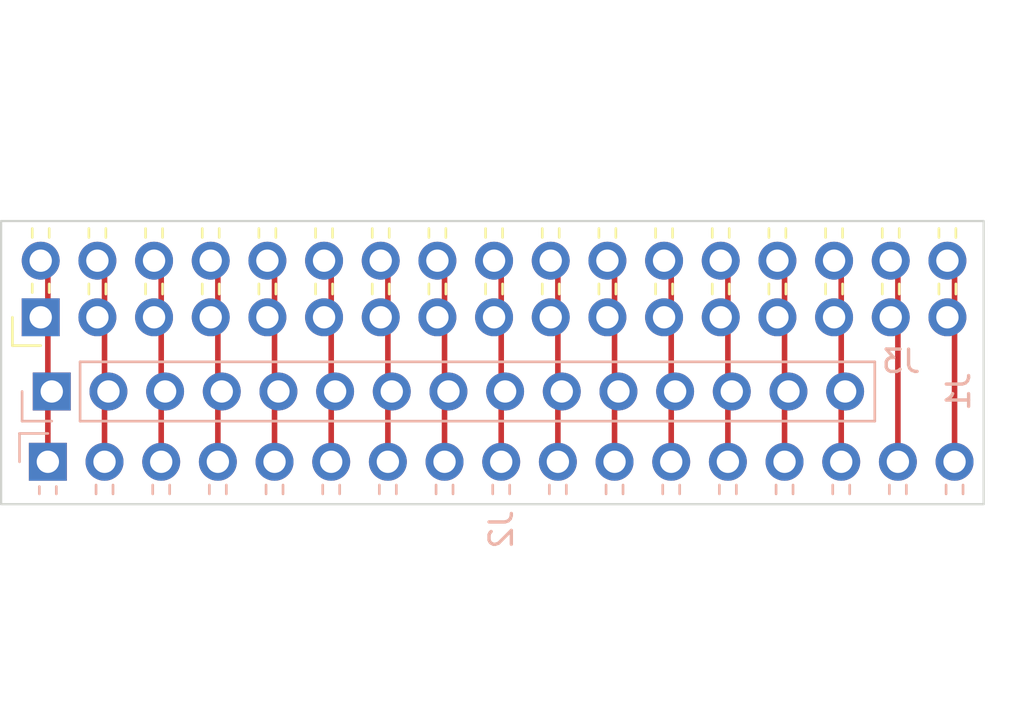
<source format=kicad_pcb>
(kicad_pcb (version 20211014) (generator pcbnew)
  (layers (0 "F.Cu" signal) (31 "B.Cu" signal) (34 "B.Paste" user) (35 "F.Paste" user) (36 "B.SilkS" user "B.Silkscreen") (37 "F.SilkS" user "F.Silkscreen") (38 "B.Mask" user) (39 "F.Mask" user) (44 "Edge.Cuts" user))
  (net 0 "")
  (net 1 "Net-(J2-Pad1)")
  (net 2 "Net-(J2-Pad2)")
  (net 3 "Net-(J2-Pad3)")
  (net 4 "Net-(J2-Pad4)")
  (net 5 "Net-(J2-Pad5)")
  (net 6 "Net-(J2-Pad6)")
  (net 7 "Net-(J2-Pad7)")
  (net 8 "Net-(J2-Pad8)")
  (net 9 "Net-(J2-Pad9)")
  (net 10 "Net-(J2-Pad10)")
  (net 11 "Net-(J2-Pad11)")
  (net 12 "Net-(J2-Pad12)")
  (net 13 "Net-(J2-Pad13)")
  (net 14 "Net-(J2-Pad14)")
  (net 15 "Net-(J2-Pad15)")
  (net 16 "Net-(J2-Pad16)")
  (net 17 "Net-(J2-Pad17)")
  (footprint "Connector_PinHeader_2.54mm:PinHeader_2x17_P2.54mm_Horizontal" (layer "F.Cu") (at 139.235 52.5778 90)
    (fp_text reference "J3" (at -1.97 38.565) (layer "B.SilkS") (effects (justify mirror)))
    (fp_text value "Conn_02x17_Odd_Even")
    (fp_line (start 1.042929 33.4) (end 1.497071 33.4) (layer "F.SilkS") (width 0.12))
    (fp_line (start 3.582929 -0.38) (end 3.98 -0.38) (layer "F.SilkS") (width 0.12))
    (fp_line (start 3.582929 4.7) (end 3.98 4.7) (layer "F.SilkS") (width 0.12))
    (fp_line (start 3.582929 41.02) (end 3.98 41.02) (layer "F.SilkS") (width 0.12))
    (fp_line (start 3.582929 2.16) (end 3.98 2.16) (layer "F.SilkS") (width 0.12))
    (fp_line (start 3.582929 35.94) (end 3.98 35.94) (layer "F.SilkS") (width 0.12))
    (fp_line (start 3.582929 35.18) (end 3.98 35.18) (layer "F.SilkS") (width 0.12))
    (fp_line (start 1.042929 35.94) (end 1.497071 35.94) (layer "F.SilkS") (width 0.12))
    (fp_line (start 1.042929 25.02) (end 1.497071 25.02) (layer "F.SilkS") (width 0.12))
    (fp_line (start 3.582929 8) (end 3.98 8) (layer "F.SilkS") (width 0.12))
    (fp_line (start 3.582929 28.32) (end 3.98 28.32) (layer "F.SilkS") (width 0.12))
    (fp_line (start 3.582929 25.78) (end 3.98 25.78) (layer "F.SilkS") (width 0.12))
    (fp_line (start 1.042929 32.64) (end 1.497071 32.64) (layer "F.SilkS") (width 0.12))
    (fp_line (start 1.042929 13.08) (end 1.497071 13.08) (layer "F.SilkS") (width 0.12))
    (fp_line (start 3.582929 18.16) (end 3.98 18.16) (layer "F.SilkS") (width 0.12))
    (fp_line (start -1.27 0) (end -1.27 -1.27) (layer "F.SilkS") (width 0.12))
    (fp_line (start 1.042929 19.94) (end 1.497071 19.94) (layer "F.SilkS") (width 0.12))
    (fp_line (start 1.042929 4.7) (end 1.497071 4.7) (layer "F.SilkS") (width 0.12))
    (fp_line (start 1.042929 40.26) (end 1.497071 40.26) (layer "F.SilkS") (width 0.12))
    (fp_line (start 1.042929 10.54) (end 1.497071 10.54) (layer "F.SilkS") (width 0.12))
    (fp_line (start 1.042929 25.78) (end 1.497071 25.78) (layer "F.SilkS") (width 0.12))
    (fp_line (start 3.582929 38.48) (end 3.98 38.48) (layer "F.SilkS") (width 0.12))
    (fp_line (start 1.042929 41.02) (end 1.497071 41.02) (layer "F.SilkS") (width 0.12))
    (fp_line (start 3.582929 30.1) (end 3.98 30.1) (layer "F.SilkS") (width 0.12))
    (fp_line (start 3.582929 37.72) (end 3.98 37.72) (layer "F.SilkS") (width 0.12))
    (fp_line (start 3.582929 20.7) (end 3.98 20.7) (layer "F.SilkS") (width 0.12))
    (fp_line (start 1.042929 12.32) (end 1.497071 12.32) (layer "F.SilkS") (width 0.12))
    (fp_line (start 3.582929 27.56) (end 3.98 27.56) (layer "F.SilkS") (width 0.12))
    (fp_line (start 1.042929 18.16) (end 1.497071 18.16) (layer "F.SilkS") (width 0.12))
    (fp_line (start 1.042929 30.86) (end 1.497071 30.86) (layer "F.SilkS") (width 0.12))
    (fp_line (start 1.042929 9.78) (end 1.497071 9.78) (layer "F.SilkS") (width 0.12))
    (fp_line (start 3.582929 14.86) (end 3.98 14.86) (layer "F.SilkS") (width 0.12))
    (fp_line (start 3.582929 7.24) (end 3.98 7.24) (layer "F.SilkS") (width 0.12))
    (fp_line (start 1.042929 30.1) (end 1.497071 30.1) (layer "F.SilkS") (width 0.12))
    (fp_line (start 1.042929 22.48) (end 1.497071 22.48) (layer "F.SilkS") (width 0.12))
    (fp_line (start 3.582929 40.26) (end 3.98 40.26) (layer "F.SilkS") (width 0.12))
    (fp_line (start 3.582929 25.02) (end 3.98 25.02) (layer "F.SilkS") (width 0.12))
    (fp_line (start 1.042929 27.56) (end 1.497071 27.56) (layer "F.SilkS") (width 0.12))
    (fp_line (start 1.042929 17.4) (end 1.497071 17.4) (layer "F.SilkS") (width 0.12))
    (fp_line (start 3.582929 12.32) (end 3.98 12.32) (layer "F.SilkS") (width 0.12))
    (fp_line (start 3.582929 19.94) (end 3.98 19.94) (layer "F.SilkS") (width 0.12))
    (fp_line (start 1.042929 37.72) (end 1.497071 37.72) (layer "F.SilkS") (width 0.12))
    (fp_line (start 3.582929 30.86) (end 3.98 30.86) (layer "F.SilkS") (width 0.12))
    (fp_line (start 3.582929 33.4) (end 3.98 33.4) (layer "F.SilkS") (width 0.12))
    (fp_line (start 3.582929 10.54) (end 3.98 10.54) (layer "F.SilkS") (width 0.12))
    (fp_line (start 3.582929 15.62) (end 3.98 15.62) (layer "F.SilkS") (width 0.12))
    (fp_line (start 1.042929 2.16) (end 1.497071 2.16) (layer "F.SilkS") (width 0.12))
    (fp_line (start 1.042929 23.24) (end 1.497071 23.24) (layer "F.SilkS") (width 0.12))
    (fp_line (start 3.582929 23.24) (end 3.98 23.24) (layer "F.SilkS") (width 0.12))
    (fp_line (start -1.27 -1.27) (end 0 -1.27) (layer "F.SilkS") (width 0.12))
    (fp_line (start 3.582929 13.08) (end 3.98 13.08) (layer "F.SilkS") (width 0.12))
    (fp_line (start 3.582929 5.46) (end 3.98 5.46) (layer "F.SilkS") (width 0.12))
    (fp_line (start 3.582929 32.64) (end 3.98 32.64) (layer "F.SilkS") (width 0.12))
    (fp_line (start 1.042929 7.24) (end 1.497071 7.24) (layer "F.SilkS") (width 0.12))
    (fp_line (start 1.11 -0.38) (end 1.497071 -0.38) (layer "F.SilkS") (width 0.12))
    (fp_line (start 1.042929 38.48) (end 1.497071 38.48) (layer "F.SilkS") (width 0.12))
    (fp_line (start 1.042929 8) (end 1.497071 8) (layer "F.SilkS") (width 0.12))
    (fp_line (start 1.042929 20.7) (end 1.497071 20.7) (layer "F.SilkS") (width 0.12))
    (fp_line (start 3.582929 2.92) (end 3.98 2.92) (layer "F.SilkS") (width 0.12))
    (fp_line (start 1.042929 35.18) (end 1.497071 35.18) (layer "F.SilkS") (width 0.12))
    (fp_line (start 1.042929 28.32) (end 1.497071 28.32) (layer "F.SilkS") (width 0.12))
    (fp_line (start 3.582929 0.38) (end 3.98 0.38) (layer "F.SilkS") (width 0.12))
    (fp_line (start 1.042929 14.86) (end 1.497071 14.86) (layer "F.SilkS") (width 0.12))
    (fp_line (start 1.11 0.38) (end 1.497071 0.38) (layer "F.SilkS") (width 0.12))
    (fp_line (start 3.582929 22.48) (end 3.98 22.48) (layer "F.SilkS") (width 0.12))
    (fp_line (start 1.042929 2.92) (end 1.497071 2.92) (layer "F.SilkS") (width 0.12))
    (fp_line (start 3.582929 9.78) (end 3.98 9.78) (layer "F.SilkS") (width 0.12))
    (fp_line (start 1.042929 5.46) (end 1.497071 5.46) (layer "F.SilkS") (width 0.12))
    (fp_line (start 1.042929 15.62) (end 1.497071 15.62) (layer "F.SilkS") (width 0.12))
    (fp_line (start 3.582929 17.4) (end 3.98 17.4) (layer "F.SilkS") (width 0.12))
    (pad "1" thru_hole rect (at 0 0 90) (size 1.7 1.7) (drill 1) (layers *.Cu *.Mask) (net 1 "Net-(J2-Pad1)"))
    (pad "2" thru_hole oval (at 2.54 0 90) (size 1.7 1.7) (drill 1) (layers *.Cu *.Mask) (net 1 "Net-(J2-Pad1)"))
    (pad "3" thru_hole oval (at 0 2.54 90) (size 1.7 1.7) (drill 1) (layers *.Cu *.Mask) (net 2 "Net-(J2-Pad2)"))
    (pad "4" thru_hole oval (at 2.54 2.54 90) (size 1.7 1.7) (drill 1) (layers *.Cu *.Mask) (net 2 "Net-(J2-Pad2)"))
    (pad "5" thru_hole oval (at 0 5.08 90) (size 1.7 1.7) (drill 1) (layers *.Cu *.Mask) (net 3 "Net-(J2-Pad3)"))
    (pad "6" thru_hole oval (at 2.54 5.08 90) (size 1.7 1.7) (drill 1) (layers *.Cu *.Mask) (net 3 "Net-(J2-Pad3)"))
    (pad "7" thru_hole oval (at 0 7.62 90) (size 1.7 1.7) (drill 1) (layers *.Cu *.Mask) (net 4 "Net-(J2-Pad4)"))
    (pad "8" thru_hole oval (at 2.54 7.62 90) (size 1.7 1.7) (drill 1) (layers *.Cu *.Mask) (net 4 "Net-(J2-Pad4)"))
    (pad "9" thru_hole oval (at 0 10.16 90) (size 1.7 1.7) (drill 1) (layers *.Cu *.Mask) (net 5 "Net-(J2-Pad5)"))
    (pad "10" thru_hole oval (at 2.54 10.16 90) (size 1.7 1.7) (drill 1) (layers *.Cu *.Mask) (net 5 "Net-(J2-Pad5)"))
    (pad "11" thru_hole oval (at 0 12.7 90) (size 1.7 1.7) (drill 1) (layers *.Cu *.Mask) (net 6 "Net-(J2-Pad6)"))
    (pad "12" thru_hole oval (at 2.54 12.7 90) (size 1.7 1.7) (drill 1) (layers *.Cu *.Mask) (net 6 "Net-(J2-Pad6)"))
    (pad "13" thru_hole oval (at 0 15.24 90) (size 1.7 1.7) (drill 1) (layers *.Cu *.Mask) (net 7 "Net-(J2-Pad7)"))
    (pad "14" thru_hole oval (at 2.54 15.24 90) (size 1.7 1.7) (drill 1) (layers *.Cu *.Mask) (net 7 "Net-(J2-Pad7)"))
    (pad "15" thru_hole oval (at 0 17.78 90) (size 1.7 1.7) (drill 1) (layers *.Cu *.Mask) (net 8 "Net-(J2-Pad8)"))
    (pad "16" thru_hole oval (at 2.54 17.78 90) (size 1.7 1.7) (drill 1) (layers *.Cu *.Mask) (net 8 "Net-(J2-Pad8)"))
    (pad "17" thru_hole oval (at 0 20.32 90) (size 1.7 1.7) (drill 1) (layers *.Cu *.Mask) (net 9 "Net-(J2-Pad9)"))
    (pad "18" thru_hole oval (at 2.54 20.32 90) (size 1.7 1.7) (drill 1) (layers *.Cu *.Mask) (net 9 "Net-(J2-Pad9)"))
    (pad "19" thru_hole oval (at 0 22.86 90) (size 1.7 1.7) (drill 1) (layers *.Cu *.Mask) (net 10 "Net-(J2-Pad10)"))
    (pad "20" thru_hole oval (at 2.54 22.86 90) (size 1.7 1.7) (drill 1) (layers *.Cu *.Mask) (net 10 "Net-(J2-Pad10)"))
    (pad "21" thru_hole oval (at 0 25.4 90) (size 1.7 1.7) (drill 1) (layers *.Cu *.Mask) (net 11 "Net-(J2-Pad11)"))
    (pad "22" thru_hole oval (at 2.54 25.4 90) (size 1.7 1.7) (drill 1) (layers *.Cu *.Mask) (net 11 "Net-(J2-Pad11)"))
    (pad "23" thru_hole oval (at 0 27.94 90) (size 1.7 1.7) (drill 1) (layers *.Cu *.Mask) (net 12 "Net-(J2-Pad12)"))
    (pad "24" thru_hole oval (at 2.54 27.94 90) (size 1.7 1.7) (drill 1) (layers *.Cu *.Mask) (net 12 "Net-(J2-Pad12)"))
    (pad "25" thru_hole oval (at 0 30.48 90) (size 1.7 1.7) (drill 1) (layers *.Cu *.Mask) (net 13 "Net-(J2-Pad13)"))
    (pad "26" thru_hole oval (at 2.54 30.48 90) (size 1.7 1.7) (drill 1) (layers *.Cu *.Mask) (net 13 "Net-(J2-Pad13)"))
    (pad "27" thru_hole oval (at 0 33.02 90) (size 1.7 1.7) (drill 1) (layers *.Cu *.Mask) (net 14 "Net-(J2-Pad14)"))
    (pad "28" thru_hole oval (at 2.54 33.02 90) (size 1.7 1.7) (drill 1) (layers *.Cu *.Mask) (net 14 "Net-(J2-Pad14)"))
    (pad "29" thru_hole oval (at 0 35.56 90) (size 1.7 1.7) (drill 1) (layers *.Cu *.Mask) (net 15 "Net-(J2-Pad15)"))
    (pad "30" thru_hole oval (at 2.54 35.56 90) (size 1.7 1.7) (drill 1) (layers *.Cu *.Mask) (net 15 "Net-(J2-Pad15)"))
    (pad "31" thru_hole oval (at 0 38.1 90) (size 1.7 1.7) (drill 1) (layers *.Cu *.Mask) (net 16 "Net-(J2-Pad16)"))
    (pad "32" thru_hole oval (at 2.54 38.1 90) (size 1.7 1.7) (drill 1) (layers *.Cu *.Mask) (net 16 "Net-(J2-Pad16)"))
    (pad "33" thru_hole oval (at 0 40.64 90) (size 1.7 1.7) (drill 1) (layers *.Cu *.Mask) (net 17 "Net-(J2-Pad17)"))
    (pad "34" thru_hole oval (at 2.54 40.64 90) (size 1.7 1.7) (drill 1) (layers *.Cu *.Mask) (net 17 "Net-(J2-Pad17)"))
  )
  (footprint "Connector_PinHeader_2.54mm:PinHeader_1x17_P2.54mm_Horizontal" (layer "B.Cu") (at 139.555 59.0582 -90)
    (fp_text reference "J2" (at 3.0318 -20.32 90) (layer "B.SilkS") (effects (justify mirror)))
    (fp_text value "Conn_01x17_Male")
    (fp_line (start 1.042929 -17.4) (end 1.44 -17.4) (layer "B.SilkS") (width 0.12))
    (fp_line (start 1.042929 -38.48) (end 1.44 -38.48) (layer "B.SilkS") (width 0.12))
    (fp_line (start 1.042929 -2.92) (end 1.44 -2.92) (layer "B.SilkS") (width 0.12))
    (fp_line (start 1.042929 -9.78) (end 1.44 -9.78) (layer "B.SilkS") (width 0.12))
    (fp_line (start 1.042929 -33.4) (end 1.44 -33.4) (layer "B.SilkS") (width 0.12))
    (fp_line (start 1.042929 -30.86) (end 1.44 -30.86) (layer "B.SilkS") (width 0.12))
    (fp_line (start 1.042929 -2.16) (end 1.44 -2.16) (layer "B.SilkS") (width 0.12))
    (fp_line (start 1.042929 -23.24) (end 1.44 -23.24) (layer "B.SilkS") (width 0.12))
    (fp_line (start 1.042929 -5.46) (end 1.44 -5.46) (layer "B.SilkS") (width 0.12))
    (fp_line (start -1.27 0) (end -1.27 1.27) (layer "B.SilkS") (width 0.12))
    (fp_line (start 1.11 -0.38) (end 1.44 -0.38) (layer "B.SilkS") (width 0.12))
    (fp_line (start 1.042929 -22.48) (end 1.44 -22.48) (layer "B.SilkS") (width 0.12))
    (fp_line (start 1.042929 -27.56) (end 1.44 -27.56) (layer "B.SilkS") (width 0.12))
    (fp_line (start -1.27 1.27) (end 0 1.27) (layer "B.SilkS") (width 0.12))
    (fp_line (start 1.042929 -28.32) (end 1.44 -28.32) (layer "B.SilkS") (width 0.12))
    (fp_line (start 1.042929 -13.08) (end 1.44 -13.08) (layer "B.SilkS") (width 0.12))
    (fp_line (start 1.042929 -10.54) (end 1.44 -10.54) (layer "B.SilkS") (width 0.12))
    (fp_line (start 1.042929 -19.94) (end 1.44 -19.94) (layer "B.SilkS") (width 0.12))
    (fp_line (start 1.042929 -25.78) (end 1.44 -25.78) (layer "B.SilkS") (width 0.12))
    (fp_line (start 1.042929 -8) (end 1.44 -8) (layer "B.SilkS") (width 0.12))
    (fp_line (start 1.042929 -41.02) (end 1.44 -41.02) (layer "B.SilkS") (width 0.12))
    (fp_line (start 1.042929 -35.18) (end 1.44 -35.18) (layer "B.SilkS") (width 0.12))
    (fp_line (start 1.042929 -12.32) (end 1.44 -12.32) (layer "B.SilkS") (width 0.12))
    (fp_line (start 1.042929 -32.64) (end 1.44 -32.64) (layer "B.SilkS") (width 0.12))
    (fp_line (start 1.042929 -37.72) (end 1.44 -37.72) (layer "B.SilkS") (width 0.12))
    (fp_line (start 1.042929 -14.86) (end 1.44 -14.86) (layer "B.SilkS") (width 0.12))
    (fp_line (start 1.042929 -30.1) (end 1.44 -30.1) (layer "B.SilkS") (width 0.12))
    (fp_line (start 1.042929 -40.26) (end 1.44 -40.26) (layer "B.SilkS") (width 0.12))
    (fp_line (start 1.042929 -7.24) (end 1.44 -7.24) (layer "B.SilkS") (width 0.12))
    (fp_line (start 1.042929 -20.7) (end 1.44 -20.7) (layer "B.SilkS") (width 0.12))
    (fp_line (start 1.042929 -4.7) (end 1.44 -4.7) (layer "B.SilkS") (width 0.12))
    (fp_line (start 1.11 0.38) (end 1.44 0.38) (layer "B.SilkS") (width 0.12))
    (fp_line (start 1.042929 -25.02) (end 1.44 -25.02) (layer "B.SilkS") (width 0.12))
    (fp_line (start 1.042929 -18.16) (end 1.44 -18.16) (layer "B.SilkS") (width 0.12))
    (fp_line (start 1.042929 -35.94) (end 1.44 -35.94) (layer "B.SilkS") (width 0.12))
    (fp_line (start 1.042929 -15.62) (end 1.44 -15.62) (layer "B.SilkS") (width 0.12))
    (pad "1" thru_hole rect (at 0 0 270) (size 1.7 1.7) (drill 1) (layers *.Cu *.Mask) (net 1 "Net-(J2-Pad1)"))
    (pad "2" thru_hole oval (at 0 -2.54 270) (size 1.7 1.7) (drill 1) (layers *.Cu *.Mask) (net 2 "Net-(J2-Pad2)"))
    (pad "3" thru_hole oval (at 0 -5.08 270) (size 1.7 1.7) (drill 1) (layers *.Cu *.Mask) (net 3 "Net-(J2-Pad3)"))
    (pad "4" thru_hole oval (at 0 -7.62 270) (size 1.7 1.7) (drill 1) (layers *.Cu *.Mask) (net 4 "Net-(J2-Pad4)"))
    (pad "5" thru_hole oval (at 0 -10.16 270) (size 1.7 1.7) (drill 1) (layers *.Cu *.Mask) (net 5 "Net-(J2-Pad5)"))
    (pad "6" thru_hole oval (at 0 -12.7 270) (size 1.7 1.7) (drill 1) (layers *.Cu *.Mask) (net 6 "Net-(J2-Pad6)"))
    (pad "7" thru_hole oval (at 0 -15.24 270) (size 1.7 1.7) (drill 1) (layers *.Cu *.Mask) (net 7 "Net-(J2-Pad7)"))
    (pad "8" thru_hole oval (at 0 -17.78 270) (size 1.7 1.7) (drill 1) (layers *.Cu *.Mask) (net 8 "Net-(J2-Pad8)"))
    (pad "9" thru_hole oval (at 0 -20.32 270) (size 1.7 1.7) (drill 1) (layers *.Cu *.Mask) (net 9 "Net-(J2-Pad9)"))
    (pad "10" thru_hole oval (at 0 -22.86 270) (size 1.7 1.7) (drill 1) (layers *.Cu *.Mask) (net 10 "Net-(J2-Pad10)"))
    (pad "11" thru_hole oval (at 0 -25.4 270) (size 1.7 1.7) (drill 1) (layers *.Cu *.Mask) (net 11 "Net-(J2-Pad11)"))
    (pad "12" thru_hole oval (at 0 -27.94 270) (size 1.7 1.7) (drill 1) (layers *.Cu *.Mask) (net 12 "Net-(J2-Pad12)"))
    (pad "13" thru_hole oval (at 0 -30.48 270) (size 1.7 1.7) (drill 1) (layers *.Cu *.Mask) (net 13 "Net-(J2-Pad13)"))
    (pad "14" thru_hole oval (at 0 -33.02 270) (size 1.7 1.7) (drill 1) (layers *.Cu *.Mask) (net 14 "Net-(J2-Pad14)"))
    (pad "15" thru_hole oval (at 0 -35.56 270) (size 1.7 1.7) (drill 1) (layers *.Cu *.Mask) (net 15 "Net-(J2-Pad15)"))
    (pad "16" thru_hole oval (at 0 -38.1 270) (size 1.7 1.7) (drill 1) (layers *.Cu *.Mask) (net 16 "Net-(J2-Pad16)"))
    (pad "17" thru_hole oval (at 0 -40.64 270) (size 1.7 1.7) (drill 1) (layers *.Cu *.Mask) (net 17 "Net-(J2-Pad17)"))
  )
  (footprint "Connector_PinSocket_2.54mm:PinSocket_1x15_P2.54mm_Vertical" (layer "B.Cu") (at 139.73 55.905 -90)
    (fp_text reference "J1" (at 0 -40.64 90) (layer "B.SilkS") (effects (justify mirror)))
    (fp_text value "Conn_01x15_Female")
    (fp_line (start 1.33 -1.27) (end 1.33 -36.89) (layer "B.SilkS") (width 0.12))
    (fp_line (start 0 1.33) (end 1.33 1.33) (layer "B.SilkS") (width 0.12))
    (fp_line (start 1.33 1.33) (end 1.33 0) (layer "B.SilkS") (width 0.12))
    (fp_line (start -1.33 -36.89) (end 1.33 -36.89) (layer "B.SilkS") (width 0.12))
    (fp_line (start -1.33 -1.27) (end -1.33 -36.89) (layer "B.SilkS") (width 0.12))
    (fp_line (start -1.33 -1.27) (end 1.33 -1.27) (layer "B.SilkS") (width 0.12))
    (pad "1" thru_hole rect (at 0 0 270) (size 1.7 1.7) (drill 1) (layers *.Cu *.Mask) (net 1 "Net-(J2-Pad1)"))
    (pad "2" thru_hole oval (at 0 -2.54 270) (size 1.7 1.7) (drill 1) (layers *.Cu *.Mask) (net 2 "Net-(J2-Pad2)"))
    (pad "3" thru_hole oval (at 0 -5.08 270) (size 1.7 1.7) (drill 1) (layers *.Cu *.Mask) (net 3 "Net-(J2-Pad3)"))
    (pad "4" thru_hole oval (at 0 -7.62 270) (size 1.7 1.7) (drill 1) (layers *.Cu *.Mask) (net 4 "Net-(J2-Pad4)"))
    (pad "5" thru_hole oval (at 0 -10.16 270) (size 1.7 1.7) (drill 1) (layers *.Cu *.Mask) (net 5 "Net-(J2-Pad5)"))
    (pad "6" thru_hole oval (at 0 -12.7 270) (size 1.7 1.7) (drill 1) (layers *.Cu *.Mask) (net 6 "Net-(J2-Pad6)"))
    (pad "7" thru_hole oval (at 0 -15.24 270) (size 1.7 1.7) (drill 1) (layers *.Cu *.Mask) (net 7 "Net-(J2-Pad7)"))
    (pad "8" thru_hole oval (at 0 -17.78 270) (size 1.7 1.7) (drill 1) (layers *.Cu *.Mask) (net 8 "Net-(J2-Pad8)"))
    (pad "9" thru_hole oval (at 0 -20.32 270) (size 1.7 1.7) (drill 1) (layers *.Cu *.Mask) (net 9 "Net-(J2-Pad9)"))
    (pad "10" thru_hole oval (at 0 -22.86 270) (size 1.7 1.7) (drill 1) (layers *.Cu *.Mask) (net 10 "Net-(J2-Pad10)"))
    (pad "11" thru_hole oval (at 0 -25.4 270) (size 1.7 1.7) (drill 1) (layers *.Cu *.Mask) (net 11 "Net-(J2-Pad11)"))
    (pad "12" thru_hole oval (at 0 -27.94 270) (size 1.7 1.7) (drill 1) (layers *.Cu *.Mask) (net 12 "Net-(J2-Pad12)"))
    (pad "13" thru_hole oval (at 0 -30.48 270) (size 1.7 1.7) (drill 1) (layers *.Cu *.Mask) (net 13 "Net-(J2-Pad13)"))
    (pad "14" thru_hole oval (at 0 -33.02 270) (size 1.7 1.7) (drill 1) (layers *.Cu *.Mask) (net 14 "Net-(J2-Pad14)"))
    (pad "15" thru_hole oval (at 0 -35.56 270) (size 1.7 1.7) (drill 1) (layers *.Cu *.Mask) (net 15 "Net-(J2-Pad15)"))
  )
  (gr_rect (start 137.46 48.26) (end 181.5 60.96) (layer "Edge.Cuts") (width 0.1) (fill none))
  (segment (start 139.555 50.3578) (end 139.235 50.0378) (width 0.25) (layer "F.Cu") (net 1))
  (segment (start 139.555 59.0582) (end 139.555 50.3578) (width 0.25) (layer "F.Cu") (net 1))
  (segment (start 142.095 59.0582) (end 142.095 50.3578) (width 0.25) (layer "F.Cu") (net 2))
  (segment (start 142.095 50.3578) (end 141.775 50.0378) (width 0.25) (layer "F.Cu") (net 2))
  (segment (start 144.635 59.0582) (end 144.635 50.3578) (width 0.25) (layer "F.Cu") (net 3))
  (segment (start 144.635 50.3578) (end 144.315 50.0378) (width 0.25) (layer "F.Cu") (net 3))
  (segment (start 147.175 50.3578) (end 146.855 50.0378) (width 0.25) (layer "F.Cu") (net 4))
  (segment (start 147.175 59.0582) (end 147.175 50.3578) (width 0.25) (layer "F.Cu") (net 4))
  (segment (start 149.715 59.0582) (end 149.715 50.3578) (width 0.25) (layer "F.Cu") (net 5))
  (segment (start 149.715 50.3578) (end 149.395 50.0378) (width 0.25) (layer "F.Cu") (net 5))
  (segment (start 152.255 59.0582) (end 152.255 50.3578) (width 0.25) (layer "F.Cu") (net 6))
  (segment (start 152.255 50.3578) (end 151.935 50.0378) (width 0.25) (layer "F.Cu") (net 6))
  (segment (start 154.795 59.0582) (end 154.795 50.3578) (width 0.25) (layer "F.Cu") (net 7))
  (segment (start 154.795 50.3578) (end 154.475 50.0378) (width 0.25) (layer "F.Cu") (net 7))
  (segment (start 157.335 59.0582) (end 157.335 50.3578) (width 0.25) (layer "F.Cu") (net 8))
  (segment (start 157.335 50.3578) (end 157.015 50.0378) (width 0.25) (layer "F.Cu") (net 8))
  (segment (start 159.875 59.0582) (end 159.875 50.3578) (width 0.25) (layer "F.Cu") (net 9))
  (segment (start 159.875 50.3578) (end 159.555 50.0378) (width 0.25) (layer "F.Cu") (net 9))
  (segment (start 162.415 50.3578) (end 162.095 50.0378) (width 0.25) (layer "F.Cu") (net 10))
  (segment (start 162.415 59.0582) (end 162.415 50.3578) (width 0.25) (layer "F.Cu") (net 10))
  (segment (start 164.955 59.0582) (end 164.955 50.3578) (width 0.25) (layer "F.Cu") (net 11))
  (segment (start 164.955 50.3578) (end 164.635 50.0378) (width 0.25) (layer "F.Cu") (net 11))
  (segment (start 167.495 50.3578) (end 167.175 50.0378) (width 0.25) (layer "F.Cu") (net 12))
  (segment (start 167.495 59.0582) (end 167.495 50.3578) (width 0.25) (layer "F.Cu") (net 12))
  (segment (start 170.035 50.3578) (end 169.715 50.0378) (width 0.25) (layer "F.Cu") (net 13))
  (segment (start 170.035 59.0582) (end 170.035 50.3578) (width 0.25) (layer "F.Cu") (net 13))
  (segment (start 172.575 50.3578) (end 172.255 50.0378) (width 0.25) (layer "F.Cu") (net 14))
  (segment (start 172.575 59.0582) (end 172.575 50.3578) (width 0.25) (layer "F.Cu") (net 14))
  (segment (start 175.115 59.0582) (end 175.115 50.3578) (width 0.25) (layer "F.Cu") (net 15))
  (segment (start 175.115 50.3578) (end 174.795 50.0378) (width 0.25) (layer "F.Cu") (net 15))
  (segment (start 177.655 50.3578) (end 177.335 50.0378) (width 0.25) (layer "F.Cu") (net 16))
  (segment (start 177.655 59.0582) (end 177.655 50.3578) (width 0.25) (layer "F.Cu") (net 16))
  (segment (start 180.195 59.0582) (end 180.195 50.3578) (width 0.25) (layer "F.Cu") (net 17))
  (segment (start 180.195 50.3578) (end 179.875 50.0378) (width 0.25) (layer "F.Cu") (net 17))
)
</source>
